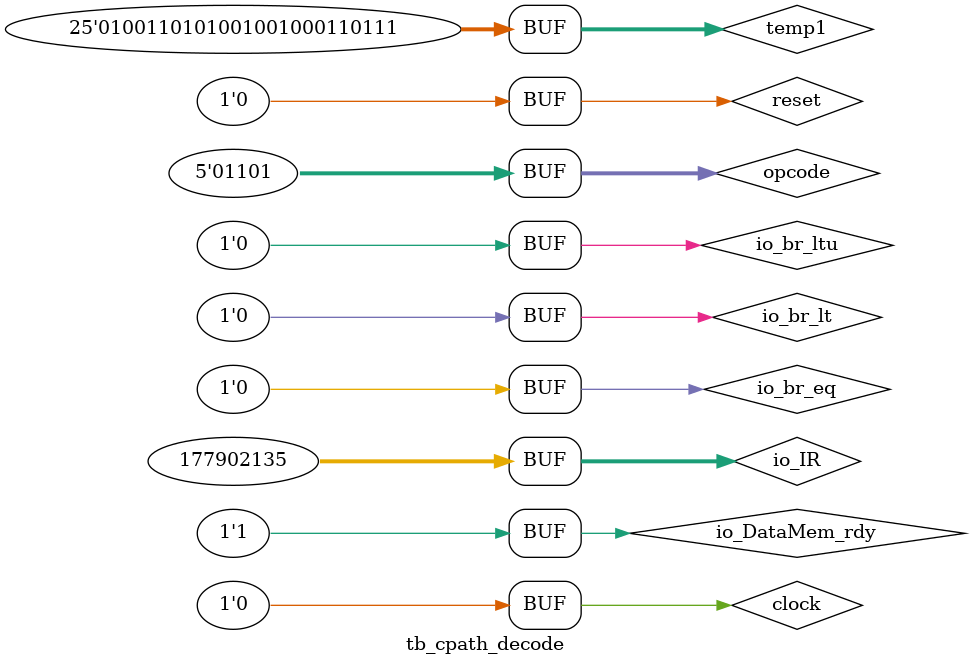
<source format=v>
`timescale 1ns / 1ps


module tb_cpath_decode;

	// Inputs
	reg clock;
	reg reset;
	reg [31:0] io_IR;
	reg io_br_eq;
	reg io_br_lt;
	reg io_br_ltu;
	reg io_DataMem_rdy;
	
	reg [24:0] temp1;
	reg [24:0] temp2;
	reg [21:0] temp3;
	reg [24:0] temp4;
	reg [21:0] temp5;
	reg [21:0] temp6;
	reg [21:0] temp7;
	reg [21:0] temp8;
	reg [14:0] temp9;
	
	reg [4:0]	opcode;
	
	// Outputs
	wire io_BUS_A_sel;
	wire [1:0] io_BUS_B_sel;
	wire [1:0] io_WB_sel;
	wire io_BRJMP_sel;
	wire io_JBType_sel;
	wire [1:0] io_PC_MUX_sel;
	wire 		  io_WEN_RegFile;
	wire 		  io_Mem_rd;
	wire 		  io_Mem_wr;

	// Instantiate the Unit Under Test (UUT)
	Decorder uut (
		.clock(clock), 
		.reset(reset), 
		.io_IR(io_IR), 
		.io_br_eq(io_br_eq), 
		.io_br_lt(io_br_lt), 
		.io_br_ltu(io_br_ltu), 
		.io_DataMem_rdy(io_DataMem_rdy), 
		.io_BUS_A_sel(io_BUS_A_sel), 
		.io_BUS_B_sel(io_BUS_B_sel), 
		.io_WB_sel(io_WB_sel), 
		.io_BRJMP_sel(io_BRJMP_sel), 
		.io_JBType_sel(io_JBType_sel), 
		.io_PC_MUX_sel(io_PC_MUX_sel),
		.io_WEN_RegFile(io_WEN_RegFile),
		.io_Mem_rd(io_Mem_rd),
		.io_Mem_wr(io_Mem_wr)
	);

	initial begin
		// Initialize Inputs
		clock = 0;
		reset = 0;
		io_IR = 0;
		io_br_eq = 0;
		io_br_lt = 0;
		io_br_ltu = 0;
		io_DataMem_rdy = 1;

		// Wait 100 ns for global reset to finish
		#100;
        
		// Add stimulus here
				
		
	
		temp1 = 32'd177902135; 
		//io_IR = {temp1,7'b0110111};  //LUI
		io_IR = 32'd177902135;  //LUI
		
		opcode = io_IR[6:2];
		#100;
		
/*
		temp2 = $random; 
		io_IR = {temp2,7'b0010111};  //AUIPC
		opcode = io_IR[6:2];
		#100;

		temp3 = $random;
		io_IR = {temp3[21:5],3'b000,temp3[4:0],7'b1100111};  //JALR
		opcode = io_IR[6:2]; 
		#100;

		temp4 = $random;
		io_IR = {temp4,7'b1101111};  //JAL  
		opcode = io_IR[6:2];
		#100;

		temp5 = $random;
		io_IR = {temp5[21:5],3'b000,temp5[4:0],7'b1100011};  //BEQ  
		opcode = io_IR[6:2];
		#100;

		temp6 = $random;
		io_IR = {temp6[21:5],3'b000,temp6[4:0],7'b0000011};  //LB   
		opcode = io_IR[6:2];
		io_DataMem_rdy = 1'b0;
		#50;
		io_DataMem_rdy = 1'b1;
		#100;

		temp7 = $random;
		io_IR = {temp7[21:5],3'b000,temp7[4:0],7'b0100011};  //SB  
		opcode = io_IR[6:2];
		io_DataMem_rdy = 1'b0;
		#50;
		io_DataMem_rdy = 1'b1;
		#100;

		temp8 = $random; 
		io_IR = {temp8[21:5],3'b000,temp8[4:0],7'b0010011};  //ADDI 
		opcode = io_IR[6:2];
		#100;

		temp9 = $random;
		io_IR = {7'b0000000,temp9[14:5],3'b000,temp9[4:0],7'b0110011};  //ADD  
		opcode = io_IR[6:2];
		#100;
*/
	end
      
endmodule


</source>
